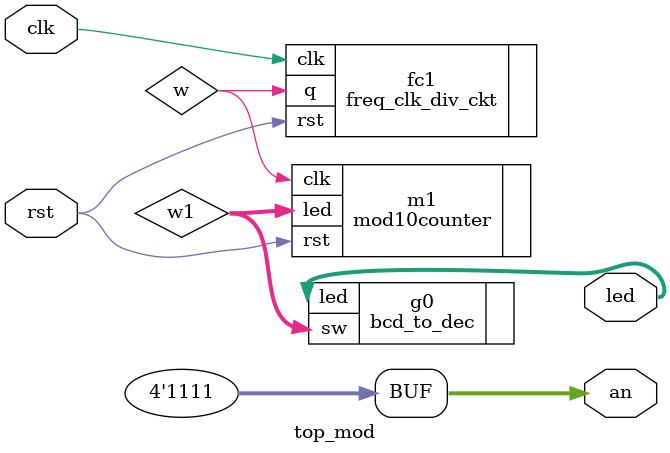
<source format=v>




module top_mod(
    output [6:0]led,
    output [3:0]an,
    input clk,rst
    );
    
    wire w;
    wire [3:0]w1;
    assign an=4'b1111;
    freq_clk_div_ckt fc1(.q(w),.clk(clk),.rst(rst));
    mod10counter m1(.led(w1),.clk(w),.rst(rst));
    bcd_to_dec g0(.led(led),.sw(w1) );
    
endmodule

</source>
